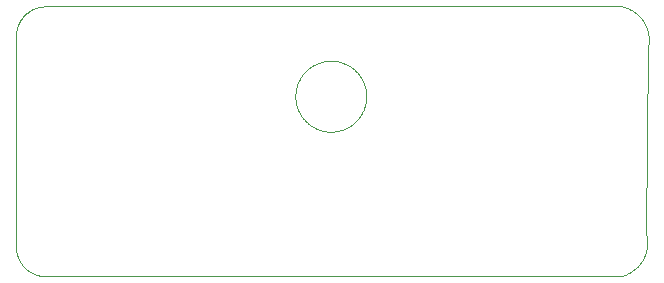
<source format=gko>
G75*
%MOIN*%
%OFA0B0*%
%FSLAX25Y25*%
%IPPOS*%
%LPD*%
%AMOC8*
5,1,8,0,0,1.08239X$1,22.5*
%
%ADD10C,0.00000*%
D10*
X0018981Y0001500D02*
X0210481Y0001500D01*
X0210481Y0001501D02*
X0210751Y0001564D01*
X0211019Y0001634D01*
X0211286Y0001711D01*
X0211550Y0001794D01*
X0211813Y0001884D01*
X0212073Y0001979D01*
X0212331Y0002081D01*
X0212586Y0002190D01*
X0212839Y0002304D01*
X0213089Y0002424D01*
X0213336Y0002551D01*
X0213579Y0002683D01*
X0213820Y0002821D01*
X0214057Y0002965D01*
X0214290Y0003115D01*
X0214520Y0003270D01*
X0214746Y0003431D01*
X0214968Y0003597D01*
X0215186Y0003769D01*
X0215400Y0003945D01*
X0215609Y0004127D01*
X0215814Y0004314D01*
X0216014Y0004506D01*
X0216210Y0004702D01*
X0216401Y0004903D01*
X0216587Y0005109D01*
X0216768Y0005319D01*
X0216944Y0005534D01*
X0217114Y0005752D01*
X0217279Y0005975D01*
X0217439Y0006202D01*
X0217594Y0006432D01*
X0217742Y0006666D01*
X0217885Y0006904D01*
X0218022Y0007145D01*
X0218154Y0007389D01*
X0218279Y0007637D01*
X0218398Y0007887D01*
X0218512Y0008140D01*
X0218619Y0008396D01*
X0218720Y0008654D01*
X0218814Y0008915D01*
X0218903Y0009178D01*
X0218985Y0009443D01*
X0219060Y0009709D01*
X0219129Y0009978D01*
X0219192Y0010248D01*
X0219248Y0010520D01*
X0219297Y0010793D01*
X0219340Y0011067D01*
X0219376Y0011342D01*
X0219406Y0011617D01*
X0219429Y0011894D01*
X0219445Y0012171D01*
X0219454Y0012448D01*
X0219457Y0012725D01*
X0219453Y0013002D01*
X0219442Y0013280D01*
X0219425Y0013556D01*
X0219401Y0013833D01*
X0219370Y0014108D01*
X0219333Y0014383D01*
X0219289Y0014657D01*
X0219239Y0014930D01*
X0219181Y0015201D01*
X0219182Y0015201D02*
X0219682Y0077760D01*
X0219681Y0077760D02*
X0219739Y0078031D01*
X0219789Y0078304D01*
X0219833Y0078578D01*
X0219870Y0078853D01*
X0219901Y0079128D01*
X0219925Y0079405D01*
X0219942Y0079681D01*
X0219953Y0079959D01*
X0219957Y0080236D01*
X0219954Y0080513D01*
X0219945Y0080790D01*
X0219929Y0081067D01*
X0219906Y0081344D01*
X0219876Y0081619D01*
X0219840Y0081894D01*
X0219797Y0082168D01*
X0219748Y0082441D01*
X0219692Y0082713D01*
X0219629Y0082983D01*
X0219560Y0083252D01*
X0219485Y0083518D01*
X0219403Y0083783D01*
X0219314Y0084046D01*
X0219220Y0084307D01*
X0219119Y0084565D01*
X0219012Y0084821D01*
X0218898Y0085074D01*
X0218779Y0085324D01*
X0218654Y0085572D01*
X0218522Y0085816D01*
X0218385Y0086057D01*
X0218242Y0086295D01*
X0218094Y0086529D01*
X0217939Y0086759D01*
X0217779Y0086986D01*
X0217614Y0087209D01*
X0217444Y0087427D01*
X0217268Y0087642D01*
X0217087Y0087852D01*
X0216901Y0088058D01*
X0216710Y0088259D01*
X0216514Y0088455D01*
X0216314Y0088647D01*
X0216109Y0088834D01*
X0215900Y0089016D01*
X0215686Y0089192D01*
X0215468Y0089364D01*
X0215246Y0089530D01*
X0215020Y0089691D01*
X0214790Y0089846D01*
X0214557Y0089996D01*
X0214320Y0090140D01*
X0214079Y0090278D01*
X0213836Y0090410D01*
X0213589Y0090537D01*
X0213339Y0090657D01*
X0213086Y0090771D01*
X0212831Y0090880D01*
X0212573Y0090982D01*
X0212313Y0091077D01*
X0212050Y0091167D01*
X0211786Y0091250D01*
X0211519Y0091327D01*
X0211251Y0091397D01*
X0210981Y0091460D01*
X0210981Y0091461D02*
X0018941Y0091461D01*
X0018700Y0091458D01*
X0018460Y0091449D01*
X0018219Y0091435D01*
X0017980Y0091414D01*
X0017740Y0091388D01*
X0017502Y0091356D01*
X0017264Y0091319D01*
X0017027Y0091275D01*
X0016792Y0091226D01*
X0016557Y0091172D01*
X0016324Y0091111D01*
X0016093Y0091045D01*
X0015863Y0090973D01*
X0015635Y0090896D01*
X0015409Y0090814D01*
X0015185Y0090726D01*
X0014963Y0090632D01*
X0014743Y0090533D01*
X0014526Y0090429D01*
X0014312Y0090320D01*
X0014100Y0090206D01*
X0013891Y0090086D01*
X0013685Y0089962D01*
X0013482Y0089832D01*
X0013283Y0089698D01*
X0013086Y0089559D01*
X0012893Y0089415D01*
X0012704Y0089266D01*
X0012518Y0089113D01*
X0012336Y0088956D01*
X0012157Y0088794D01*
X0011983Y0088628D01*
X0011813Y0088458D01*
X0011647Y0088284D01*
X0011485Y0088105D01*
X0011328Y0087923D01*
X0011175Y0087737D01*
X0011026Y0087548D01*
X0010882Y0087355D01*
X0010743Y0087158D01*
X0010609Y0086959D01*
X0010479Y0086756D01*
X0010355Y0086550D01*
X0010235Y0086341D01*
X0010121Y0086129D01*
X0010012Y0085915D01*
X0009908Y0085698D01*
X0009809Y0085478D01*
X0009715Y0085256D01*
X0009627Y0085032D01*
X0009545Y0084806D01*
X0009468Y0084578D01*
X0009396Y0084348D01*
X0009330Y0084117D01*
X0009269Y0083884D01*
X0009215Y0083649D01*
X0009166Y0083414D01*
X0009122Y0083177D01*
X0009085Y0082939D01*
X0009053Y0082701D01*
X0009027Y0082461D01*
X0009006Y0082222D01*
X0008992Y0081981D01*
X0008983Y0081741D01*
X0008980Y0081500D01*
X0008981Y0081500D02*
X0008981Y0011500D01*
X0008984Y0011258D01*
X0008993Y0011017D01*
X0009007Y0010776D01*
X0009028Y0010535D01*
X0009054Y0010295D01*
X0009086Y0010055D01*
X0009124Y0009816D01*
X0009167Y0009579D01*
X0009217Y0009342D01*
X0009272Y0009107D01*
X0009332Y0008873D01*
X0009399Y0008641D01*
X0009470Y0008410D01*
X0009548Y0008181D01*
X0009631Y0007954D01*
X0009719Y0007729D01*
X0009813Y0007506D01*
X0009912Y0007286D01*
X0010017Y0007068D01*
X0010126Y0006853D01*
X0010241Y0006640D01*
X0010361Y0006430D01*
X0010486Y0006224D01*
X0010616Y0006020D01*
X0010751Y0005819D01*
X0010891Y0005622D01*
X0011035Y0005428D01*
X0011184Y0005238D01*
X0011338Y0005052D01*
X0011496Y0004869D01*
X0011658Y0004690D01*
X0011825Y0004515D01*
X0011996Y0004344D01*
X0012171Y0004177D01*
X0012350Y0004015D01*
X0012533Y0003857D01*
X0012719Y0003703D01*
X0012909Y0003554D01*
X0013103Y0003410D01*
X0013300Y0003270D01*
X0013501Y0003135D01*
X0013705Y0003005D01*
X0013911Y0002880D01*
X0014121Y0002760D01*
X0014334Y0002645D01*
X0014549Y0002536D01*
X0014767Y0002431D01*
X0014987Y0002332D01*
X0015210Y0002238D01*
X0015435Y0002150D01*
X0015662Y0002067D01*
X0015891Y0001989D01*
X0016122Y0001918D01*
X0016354Y0001851D01*
X0016588Y0001791D01*
X0016823Y0001736D01*
X0017060Y0001686D01*
X0017297Y0001643D01*
X0017536Y0001605D01*
X0017776Y0001573D01*
X0018016Y0001547D01*
X0018257Y0001526D01*
X0018498Y0001512D01*
X0018739Y0001503D01*
X0018981Y0001500D01*
X0102170Y0061500D02*
X0102174Y0061790D01*
X0102184Y0062080D01*
X0102202Y0062369D01*
X0102227Y0062658D01*
X0102259Y0062946D01*
X0102298Y0063233D01*
X0102344Y0063519D01*
X0102397Y0063804D01*
X0102457Y0064088D01*
X0102524Y0064370D01*
X0102598Y0064650D01*
X0102679Y0064929D01*
X0102766Y0065205D01*
X0102860Y0065479D01*
X0102961Y0065751D01*
X0103069Y0066020D01*
X0103183Y0066286D01*
X0103304Y0066550D01*
X0103431Y0066810D01*
X0103565Y0067068D01*
X0103704Y0067322D01*
X0103850Y0067572D01*
X0104002Y0067819D01*
X0104161Y0068062D01*
X0104325Y0068301D01*
X0104494Y0068536D01*
X0104670Y0068767D01*
X0104851Y0068993D01*
X0105038Y0069215D01*
X0105230Y0069432D01*
X0105427Y0069644D01*
X0105629Y0069852D01*
X0105837Y0070054D01*
X0106049Y0070251D01*
X0106266Y0070443D01*
X0106488Y0070630D01*
X0106714Y0070811D01*
X0106945Y0070987D01*
X0107180Y0071156D01*
X0107419Y0071320D01*
X0107662Y0071479D01*
X0107909Y0071631D01*
X0108159Y0071777D01*
X0108413Y0071916D01*
X0108671Y0072050D01*
X0108931Y0072177D01*
X0109195Y0072298D01*
X0109461Y0072412D01*
X0109730Y0072520D01*
X0110002Y0072621D01*
X0110276Y0072715D01*
X0110552Y0072802D01*
X0110831Y0072883D01*
X0111111Y0072957D01*
X0111393Y0073024D01*
X0111677Y0073084D01*
X0111962Y0073137D01*
X0112248Y0073183D01*
X0112535Y0073222D01*
X0112823Y0073254D01*
X0113112Y0073279D01*
X0113401Y0073297D01*
X0113691Y0073307D01*
X0113981Y0073311D01*
X0114271Y0073307D01*
X0114561Y0073297D01*
X0114850Y0073279D01*
X0115139Y0073254D01*
X0115427Y0073222D01*
X0115714Y0073183D01*
X0116000Y0073137D01*
X0116285Y0073084D01*
X0116569Y0073024D01*
X0116851Y0072957D01*
X0117131Y0072883D01*
X0117410Y0072802D01*
X0117686Y0072715D01*
X0117960Y0072621D01*
X0118232Y0072520D01*
X0118501Y0072412D01*
X0118767Y0072298D01*
X0119031Y0072177D01*
X0119291Y0072050D01*
X0119549Y0071916D01*
X0119803Y0071777D01*
X0120053Y0071631D01*
X0120300Y0071479D01*
X0120543Y0071320D01*
X0120782Y0071156D01*
X0121017Y0070987D01*
X0121248Y0070811D01*
X0121474Y0070630D01*
X0121696Y0070443D01*
X0121913Y0070251D01*
X0122125Y0070054D01*
X0122333Y0069852D01*
X0122535Y0069644D01*
X0122732Y0069432D01*
X0122924Y0069215D01*
X0123111Y0068993D01*
X0123292Y0068767D01*
X0123468Y0068536D01*
X0123637Y0068301D01*
X0123801Y0068062D01*
X0123960Y0067819D01*
X0124112Y0067572D01*
X0124258Y0067322D01*
X0124397Y0067068D01*
X0124531Y0066810D01*
X0124658Y0066550D01*
X0124779Y0066286D01*
X0124893Y0066020D01*
X0125001Y0065751D01*
X0125102Y0065479D01*
X0125196Y0065205D01*
X0125283Y0064929D01*
X0125364Y0064650D01*
X0125438Y0064370D01*
X0125505Y0064088D01*
X0125565Y0063804D01*
X0125618Y0063519D01*
X0125664Y0063233D01*
X0125703Y0062946D01*
X0125735Y0062658D01*
X0125760Y0062369D01*
X0125778Y0062080D01*
X0125788Y0061790D01*
X0125792Y0061500D01*
X0125788Y0061210D01*
X0125778Y0060920D01*
X0125760Y0060631D01*
X0125735Y0060342D01*
X0125703Y0060054D01*
X0125664Y0059767D01*
X0125618Y0059481D01*
X0125565Y0059196D01*
X0125505Y0058912D01*
X0125438Y0058630D01*
X0125364Y0058350D01*
X0125283Y0058071D01*
X0125196Y0057795D01*
X0125102Y0057521D01*
X0125001Y0057249D01*
X0124893Y0056980D01*
X0124779Y0056714D01*
X0124658Y0056450D01*
X0124531Y0056190D01*
X0124397Y0055932D01*
X0124258Y0055678D01*
X0124112Y0055428D01*
X0123960Y0055181D01*
X0123801Y0054938D01*
X0123637Y0054699D01*
X0123468Y0054464D01*
X0123292Y0054233D01*
X0123111Y0054007D01*
X0122924Y0053785D01*
X0122732Y0053568D01*
X0122535Y0053356D01*
X0122333Y0053148D01*
X0122125Y0052946D01*
X0121913Y0052749D01*
X0121696Y0052557D01*
X0121474Y0052370D01*
X0121248Y0052189D01*
X0121017Y0052013D01*
X0120782Y0051844D01*
X0120543Y0051680D01*
X0120300Y0051521D01*
X0120053Y0051369D01*
X0119803Y0051223D01*
X0119549Y0051084D01*
X0119291Y0050950D01*
X0119031Y0050823D01*
X0118767Y0050702D01*
X0118501Y0050588D01*
X0118232Y0050480D01*
X0117960Y0050379D01*
X0117686Y0050285D01*
X0117410Y0050198D01*
X0117131Y0050117D01*
X0116851Y0050043D01*
X0116569Y0049976D01*
X0116285Y0049916D01*
X0116000Y0049863D01*
X0115714Y0049817D01*
X0115427Y0049778D01*
X0115139Y0049746D01*
X0114850Y0049721D01*
X0114561Y0049703D01*
X0114271Y0049693D01*
X0113981Y0049689D01*
X0113691Y0049693D01*
X0113401Y0049703D01*
X0113112Y0049721D01*
X0112823Y0049746D01*
X0112535Y0049778D01*
X0112248Y0049817D01*
X0111962Y0049863D01*
X0111677Y0049916D01*
X0111393Y0049976D01*
X0111111Y0050043D01*
X0110831Y0050117D01*
X0110552Y0050198D01*
X0110276Y0050285D01*
X0110002Y0050379D01*
X0109730Y0050480D01*
X0109461Y0050588D01*
X0109195Y0050702D01*
X0108931Y0050823D01*
X0108671Y0050950D01*
X0108413Y0051084D01*
X0108159Y0051223D01*
X0107909Y0051369D01*
X0107662Y0051521D01*
X0107419Y0051680D01*
X0107180Y0051844D01*
X0106945Y0052013D01*
X0106714Y0052189D01*
X0106488Y0052370D01*
X0106266Y0052557D01*
X0106049Y0052749D01*
X0105837Y0052946D01*
X0105629Y0053148D01*
X0105427Y0053356D01*
X0105230Y0053568D01*
X0105038Y0053785D01*
X0104851Y0054007D01*
X0104670Y0054233D01*
X0104494Y0054464D01*
X0104325Y0054699D01*
X0104161Y0054938D01*
X0104002Y0055181D01*
X0103850Y0055428D01*
X0103704Y0055678D01*
X0103565Y0055932D01*
X0103431Y0056190D01*
X0103304Y0056450D01*
X0103183Y0056714D01*
X0103069Y0056980D01*
X0102961Y0057249D01*
X0102860Y0057521D01*
X0102766Y0057795D01*
X0102679Y0058071D01*
X0102598Y0058350D01*
X0102524Y0058630D01*
X0102457Y0058912D01*
X0102397Y0059196D01*
X0102344Y0059481D01*
X0102298Y0059767D01*
X0102259Y0060054D01*
X0102227Y0060342D01*
X0102202Y0060631D01*
X0102184Y0060920D01*
X0102174Y0061210D01*
X0102170Y0061500D01*
M02*

</source>
